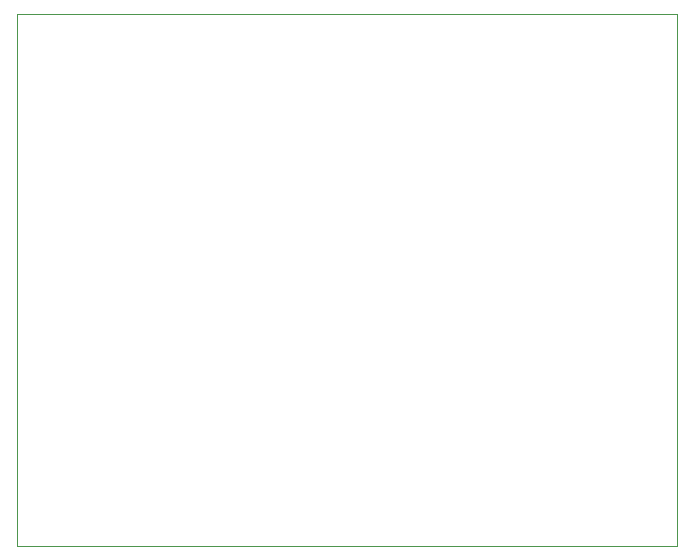
<source format=gbr>
G04 #@! TF.GenerationSoftware,KiCad,Pcbnew,(5.1.10-0-10_14)*
G04 #@! TF.CreationDate,2021-08-01T19:39:00+02:00*
G04 #@! TF.ProjectId,quasimodo,71756173-696d-46f6-946f-2e6b69636164,rev?*
G04 #@! TF.SameCoordinates,Original*
G04 #@! TF.FileFunction,Profile,NP*
%FSLAX46Y46*%
G04 Gerber Fmt 4.6, Leading zero omitted, Abs format (unit mm)*
G04 Created by KiCad (PCBNEW (5.1.10-0-10_14)) date 2021-08-01 19:39:00*
%MOMM*%
%LPD*%
G01*
G04 APERTURE LIST*
G04 #@! TA.AperFunction,Profile*
%ADD10C,0.050000*%
G04 #@! TD*
G04 APERTURE END LIST*
D10*
X114300000Y-123190000D02*
X114300000Y-78105000D01*
X170180000Y-123190000D02*
X114300000Y-123190000D01*
X170180000Y-78105000D02*
X170180000Y-123190000D01*
X114300000Y-78105000D02*
X170180000Y-78105000D01*
M02*

</source>
